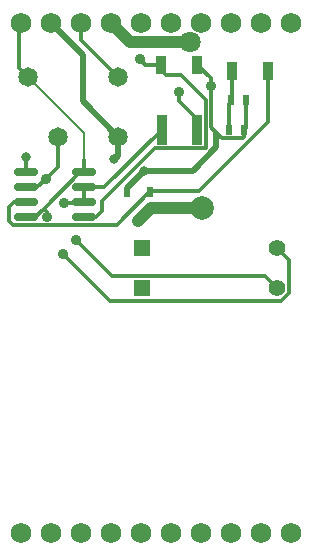
<source format=gbr>
%TF.GenerationSoftware,KiCad,Pcbnew,8.0.8*%
%TF.CreationDate,2025-02-16T23:44:15-05:00*%
%TF.ProjectId,RTDS Control Module V2.0,52544453-2043-46f6-9e74-726f6c204d6f,rev?*%
%TF.SameCoordinates,Original*%
%TF.FileFunction,Copper,L1,Top*%
%TF.FilePolarity,Positive*%
%FSLAX46Y46*%
G04 Gerber Fmt 4.6, Leading zero omitted, Abs format (unit mm)*
G04 Created by KiCad (PCBNEW 8.0.8) date 2025-02-16 23:44:15*
%MOMM*%
%LPD*%
G01*
G04 APERTURE LIST*
G04 Aperture macros list*
%AMRoundRect*
0 Rectangle with rounded corners*
0 $1 Rounding radius*
0 $2 $3 $4 $5 $6 $7 $8 $9 X,Y pos of 4 corners*
0 Add a 4 corners polygon primitive as box body*
4,1,4,$2,$3,$4,$5,$6,$7,$8,$9,$2,$3,0*
0 Add four circle primitives for the rounded corners*
1,1,$1+$1,$2,$3*
1,1,$1+$1,$4,$5*
1,1,$1+$1,$6,$7*
1,1,$1+$1,$8,$9*
0 Add four rect primitives between the rounded corners*
20,1,$1+$1,$2,$3,$4,$5,0*
20,1,$1+$1,$4,$5,$6,$7,0*
20,1,$1+$1,$6,$7,$8,$9,0*
20,1,$1+$1,$8,$9,$2,$3,0*%
G04 Aperture macros list end*
%TA.AperFunction,SMDPad,CuDef*%
%ADD10R,0.609600X0.889000*%
%TD*%
%TA.AperFunction,SMDPad,CuDef*%
%ADD11R,0.558800X0.863600*%
%TD*%
%TA.AperFunction,SMDPad,CuDef*%
%ADD12R,0.863600X1.600200*%
%TD*%
%TA.AperFunction,ComponentPad*%
%ADD13R,1.397000X1.397000*%
%TD*%
%TA.AperFunction,ComponentPad*%
%ADD14C,1.397000*%
%TD*%
%TA.AperFunction,ComponentPad*%
%ADD15C,1.650000*%
%TD*%
%TA.AperFunction,ComponentPad*%
%ADD16C,1.750000*%
%TD*%
%TA.AperFunction,SMDPad,CuDef*%
%ADD17R,0.955600X2.500000*%
%TD*%
%TA.AperFunction,SMDPad,CuDef*%
%ADD18RoundRect,0.150000X-0.825000X-0.150000X0.825000X-0.150000X0.825000X0.150000X-0.825000X0.150000X0*%
%TD*%
%TA.AperFunction,SMDPad,CuDef*%
%ADD19R,0.855600X1.600000*%
%TD*%
%TA.AperFunction,ViaPad*%
%ADD20C,0.900000*%
%TD*%
%TA.AperFunction,ViaPad*%
%ADD21C,0.800000*%
%TD*%
%TA.AperFunction,ViaPad*%
%ADD22C,1.800000*%
%TD*%
%TA.AperFunction,ViaPad*%
%ADD23C,2.000000*%
%TD*%
%TA.AperFunction,Conductor*%
%ADD24C,0.300000*%
%TD*%
%TA.AperFunction,Conductor*%
%ADD25C,0.500000*%
%TD*%
%TA.AperFunction,Conductor*%
%ADD26C,0.200000*%
%TD*%
%TA.AperFunction,Conductor*%
%ADD27C,1.000000*%
%TD*%
G04 APERTURE END LIST*
D10*
%TO.P,R4,1*%
%TO.N,Net-(D1-K)*%
X68512300Y-31900000D03*
%TO.P,R4,2*%
%TO.N,/GND*%
X69807700Y-31900000D03*
%TD*%
D11*
%TO.P,U2,1,G*%
%TO.N,Net-(D1-A)*%
X61652500Y-39712400D03*
%TO.P,U2,2,S*%
%TO.N,/GND*%
X59747500Y-39712400D03*
%TO.P,U2,3,D*%
%TO.N,Net-(U2-D)*%
X60700000Y-42100000D03*
%TD*%
D12*
%TO.P,D1,1,K*%
%TO.N,Net-(D1-K)*%
X68636000Y-29400000D03*
%TO.P,D1,2,A*%
%TO.N,Net-(D1-A)*%
X71684000Y-29400000D03*
%TD*%
D13*
%TO.P,R2,1*%
%TO.N,/Vs*%
X61000000Y-47800000D03*
D14*
%TO.P,R2,2*%
%TO.N,Net-(U1-DIS)*%
X72430000Y-47800000D03*
%TD*%
D15*
%TO.P,K1,2*%
%TO.N,Net-(U1-TR)*%
X53890000Y-34980000D03*
%TO.P,K1,4*%
%TO.N,/GND*%
X58970000Y-34980000D03*
%TO.P,K1,5*%
%TO.N,Net-(J1-Pad3)*%
X58970000Y-29900000D03*
%TO.P,K1,8*%
%TO.N,/Vs*%
X51350000Y-29900000D03*
%TD*%
D16*
%TO.P,J1,1,1*%
%TO.N,N/C*%
X50800000Y-68580000D03*
%TO.P,J1,2,2*%
X53340000Y-68580000D03*
%TO.P,J1,3,3*%
X55880000Y-68580000D03*
%TO.P,J1,4,4*%
X58420000Y-68580000D03*
%TO.P,J1,5,5*%
X60960000Y-68580000D03*
%TO.P,J1,6,6*%
X63500000Y-68580000D03*
%TO.P,J1,7,7*%
X66040000Y-68580000D03*
%TO.P,J1,8,8*%
X68580000Y-68580000D03*
%TO.P,J1,9,9*%
X71120000Y-68580000D03*
%TO.P,J1,10,10*%
X73660000Y-68580000D03*
%TD*%
D17*
%TO.P,C1,1*%
%TO.N,Net-(U1-DIS)*%
X62682199Y-34400000D03*
%TO.P,C1,2*%
%TO.N,/GND*%
X65637801Y-34400000D03*
%TD*%
D13*
%TO.P,R1,1*%
%TO.N,/Vs*%
X60985000Y-44400000D03*
D14*
%TO.P,R1,2*%
%TO.N,Net-(U1-TR)*%
X72415000Y-44400000D03*
%TD*%
D18*
%TO.P,U1,1,GND*%
%TO.N,/GND*%
X51185000Y-37995000D03*
%TO.P,U1,2,TR*%
%TO.N,Net-(U1-TR)*%
X51185000Y-39265000D03*
%TO.P,U1,3,Q*%
%TO.N,Net-(D1-A)*%
X51185000Y-40535000D03*
%TO.P,U1,4,R*%
%TO.N,/Vs*%
X51185000Y-41805000D03*
%TO.P,U1,5,CV*%
X56135000Y-41805000D03*
%TO.P,U1,6,THR*%
%TO.N,Net-(U1-DIS)*%
X56135000Y-40535000D03*
%TO.P,U1,7,DIS*%
X56135000Y-39265000D03*
%TO.P,U1,8,VCC*%
%TO.N,/Vs*%
X56135000Y-37995000D03*
%TD*%
D19*
%TO.P,C2,1*%
%TO.N,/Vs*%
X62632199Y-28900000D03*
%TO.P,C2,2*%
%TO.N,/GND*%
X65687801Y-28900000D03*
%TD*%
D10*
%TO.P,R3,1*%
%TO.N,Net-(D1-K)*%
X68364600Y-34400000D03*
%TO.P,R3,2*%
%TO.N,/GND*%
X69660000Y-34400000D03*
%TD*%
D16*
%TO.P,J1,1,1*%
%TO.N,/Vs*%
X50800000Y-25400000D03*
%TO.P,J1,2,2*%
%TO.N,/GND*%
X53340000Y-25400000D03*
%TO.P,J1,3,3*%
%TO.N,Net-(J1-Pad3)*%
X55880000Y-25400000D03*
%TO.P,J1,4,4*%
%TO.N,Net-(U2-D)*%
X58420000Y-25400000D03*
%TO.P,J1,5,5*%
%TO.N,unconnected-(J1-Pad5)*%
X60960000Y-25400000D03*
%TO.P,J1,6,6*%
%TO.N,unconnected-(J1-Pad6)*%
X63500000Y-25400000D03*
%TO.P,J1,7,7*%
%TO.N,unconnected-(J1-Pad7)*%
X66040000Y-25400000D03*
%TO.P,J1,8,8*%
%TO.N,unconnected-(J1-Pad8)*%
X68580000Y-25400000D03*
%TO.P,J1,9,9*%
%TO.N,unconnected-(J1-Pad9)*%
X71120000Y-25400000D03*
%TO.P,J1,10,10*%
%TO.N,unconnected-(J1-Pad10)*%
X73660000Y-25400000D03*
%TD*%
D20*
%TO.N,/GND*%
X64100000Y-31200000D03*
D21*
X61160000Y-37900000D03*
X58660000Y-36900000D03*
D20*
X66815601Y-30700000D03*
D21*
X51185000Y-36700000D03*
D20*
%TO.N,Net-(U1-TR)*%
X54300000Y-44900000D03*
X52862499Y-38562499D03*
%TO.N,/Vs*%
X60850000Y-28450000D03*
X53000000Y-41800000D03*
%TO.N,Net-(U1-DIS)*%
X55400000Y-43700000D03*
X54400000Y-40600000D03*
D22*
%TO.N,Net-(U2-D)*%
X65100000Y-27000000D03*
D23*
X66060000Y-41000000D03*
%TD*%
D24*
%TO.N,/GND*%
X69807700Y-31900000D02*
X69807700Y-34252300D01*
D25*
X61160000Y-37900000D02*
X65314129Y-37900000D01*
D24*
X66815601Y-30027800D02*
X66815601Y-30700000D01*
X69560000Y-35144500D02*
X69660000Y-35044500D01*
X65687801Y-28900000D02*
X66815601Y-30027800D01*
D26*
X65637801Y-34400000D02*
X65637801Y-33587978D01*
D25*
X59747500Y-39312500D02*
X61160000Y-37900000D01*
X67307650Y-35906479D02*
X67307650Y-34692350D01*
X56000000Y-28060000D02*
X53340000Y-25400000D01*
D24*
X51185000Y-37995000D02*
X51185000Y-36700000D01*
D25*
X65314129Y-37900000D02*
X67307650Y-35906479D01*
D24*
X69660000Y-35044500D02*
X69660000Y-34400000D01*
D25*
X59747500Y-39712400D02*
X59747500Y-39312500D01*
X58970000Y-34980000D02*
X58970000Y-36590000D01*
D24*
X64100000Y-31200000D02*
X64100000Y-31979467D01*
D26*
X69807700Y-34252300D02*
X69660000Y-34400000D01*
D24*
X67759800Y-35144500D02*
X69560000Y-35144500D01*
X65637801Y-33517268D02*
X65637801Y-34400000D01*
D25*
X58970000Y-36590000D02*
X58660000Y-36900000D01*
X58970000Y-34980000D02*
X56000000Y-32010000D01*
D24*
X66815601Y-34200301D02*
X67307650Y-34692350D01*
X64100000Y-31979467D02*
X65637801Y-33517268D01*
D25*
X56000000Y-32010000D02*
X56000000Y-28060000D01*
D24*
X67307650Y-34692350D02*
X67759800Y-35144500D01*
X66815601Y-30700000D02*
X66815601Y-34200301D01*
D26*
%TO.N,Net-(U1-TR)*%
X52159999Y-39265000D02*
X51185000Y-39265000D01*
D24*
X52862500Y-38562499D02*
X52862499Y-38562499D01*
X72812803Y-48900000D02*
X58300000Y-48900000D01*
X52862499Y-38562500D02*
X52159999Y-39265000D01*
X53890000Y-34980000D02*
X53890000Y-37534999D01*
X73478500Y-48234303D02*
X72812803Y-48900000D01*
X73478500Y-45463500D02*
X73478500Y-48234303D01*
X72415000Y-44400000D02*
X73478500Y-45463500D01*
X52862499Y-38562499D02*
X52862499Y-38562500D01*
X53890000Y-37534999D02*
X52862500Y-38562499D01*
X58300000Y-48900000D02*
X54300000Y-44900000D01*
%TO.N,/Vs*%
X62632199Y-28900000D02*
X61300000Y-28900000D01*
D26*
X51185000Y-41805000D02*
X51979448Y-41805000D01*
D24*
X61300000Y-28900000D02*
X60850000Y-28450000D01*
D26*
X56135000Y-36925000D02*
X56160000Y-36900000D01*
D24*
X63069377Y-29749200D02*
X64313800Y-29749200D01*
D26*
X62632199Y-28900000D02*
X62632199Y-29312022D01*
X56135000Y-36925000D02*
X56135000Y-34685000D01*
D24*
X51979448Y-41805000D02*
X52692224Y-41092224D01*
D26*
X55789448Y-37995000D02*
X56135000Y-37995000D01*
D24*
X62110000Y-35950000D02*
X57660000Y-40400000D01*
X66415601Y-35950000D02*
X62110000Y-35950000D01*
D26*
X50598000Y-25602000D02*
X50800000Y-25400000D01*
D24*
X53000000Y-41800000D02*
X53000000Y-41400000D01*
X53000000Y-41400000D02*
X52692224Y-41092224D01*
X66415601Y-31851001D02*
X66415601Y-35950000D01*
X56135000Y-37995000D02*
X56135000Y-36925000D01*
X57660000Y-40400000D02*
X57660000Y-41254999D01*
X57660000Y-41254999D02*
X57109999Y-41805000D01*
X64313800Y-29749200D02*
X66415601Y-31851001D01*
X50598000Y-29148000D02*
X51350000Y-29900000D01*
D26*
X56135000Y-34685000D02*
X51350000Y-29900000D01*
D24*
X50598000Y-27900000D02*
X50598000Y-25602000D01*
X62632199Y-29312022D02*
X63069377Y-29749200D01*
X50598000Y-27900000D02*
X50598000Y-29148000D01*
D26*
X57109999Y-41805000D02*
X56135000Y-41805000D01*
D24*
X52692224Y-41092224D02*
X55789448Y-37995000D01*
%TO.N,Net-(U1-DIS)*%
X54400000Y-40600000D02*
X56070000Y-40600000D01*
X71381500Y-46751500D02*
X58451500Y-46751500D01*
X56135000Y-39265000D02*
X56135000Y-40535000D01*
X56070000Y-40600000D02*
X56135000Y-40535000D01*
X72430000Y-47800000D02*
X71381500Y-46751500D01*
X58451500Y-46751500D02*
X55400000Y-43700000D01*
X62682199Y-34400000D02*
X57817199Y-39265000D01*
X57817199Y-39265000D02*
X56135000Y-39265000D01*
D26*
%TO.N,Net-(D1-K)*%
X68512300Y-31900000D02*
X68512300Y-32047700D01*
X68512300Y-32047700D02*
X68364600Y-32195400D01*
D24*
X68636000Y-29400000D02*
X68636000Y-31776300D01*
D26*
X68636000Y-31776300D02*
X68512300Y-31900000D01*
D24*
X68364600Y-32195400D02*
X68364600Y-34400000D01*
D26*
X68512300Y-29047700D02*
X68660000Y-28900000D01*
D24*
%TO.N,Net-(D1-A)*%
X50210001Y-40535000D02*
X49760001Y-40985000D01*
X49760001Y-42100001D02*
X50115000Y-42455000D01*
X71684000Y-33727607D02*
X65853800Y-39557807D01*
X61612500Y-39706200D02*
X61760893Y-39557807D01*
X50115000Y-42455000D02*
X58863700Y-42455000D01*
X71684000Y-29400000D02*
X71684000Y-33727607D01*
X61760893Y-39557807D02*
X65853800Y-39557807D01*
X49760001Y-40985000D02*
X49760001Y-42100001D01*
X58863700Y-42455000D02*
X61612500Y-39706200D01*
X51185000Y-40535000D02*
X50210001Y-40535000D01*
%TO.N,Net-(J1-Pad3)*%
X55880000Y-26810000D02*
X56435000Y-27365000D01*
X55880000Y-25400000D02*
X55880000Y-26810000D01*
X56435000Y-27365000D02*
X58970000Y-29900000D01*
D27*
%TO.N,Net-(U2-D)*%
X61800000Y-41000000D02*
X60700000Y-42100000D01*
X66060000Y-41000000D02*
X61800000Y-41000000D01*
X60020000Y-27000000D02*
X58420000Y-25400000D01*
X65100000Y-27000000D02*
X60020000Y-27000000D01*
D26*
%TO.N,unconnected-(J1-Pad7)*%
X65687801Y-25752199D02*
X66040000Y-25400000D01*
%TD*%
M02*

</source>
